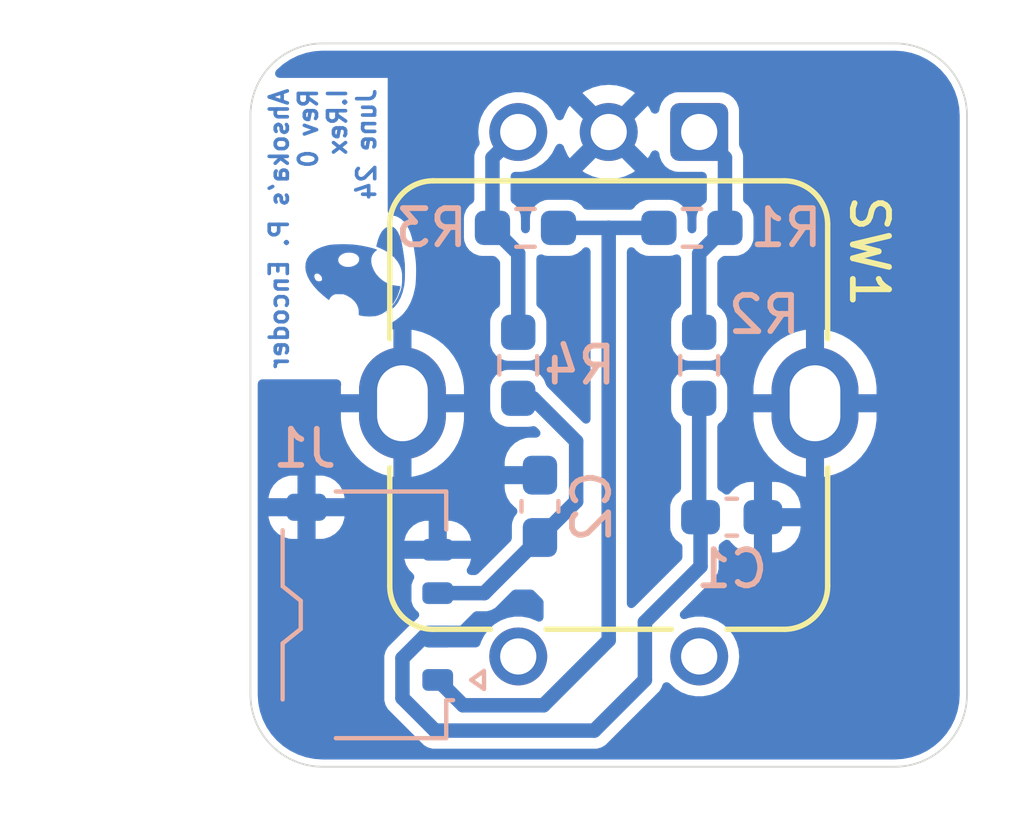
<source format=kicad_pcb>
(kicad_pcb (version 20240108) (generator "pcbnew") (generator_version "8.0")
  (title_block (title "Ahsoka's Primary Lightsaber Encoder Board") (date "2024-06-14") (rev "0") (comment 1 "Isaac Rex"))
  (layers (0 "F.Cu" signal) (1 "In1.Cu" power) (2 "In2.Cu" power) (31 "B.Cu" signal) (34 "B.Paste" user) (35 "F.Paste" user) (36 "B.SilkS" user "B.Silkscreen") (37 "F.SilkS" user "F.Silkscreen") (38 "B.Mask" user) (39 "F.Mask" user) (44 "Edge.Cuts" user))
  (net 0 "")
  (net 1 "GND")
  (net 2 "VCC")
  (net 5 "/ENCODER_A_FILT")
  (net 6 "/ENCODER_B_FILT")
  (net 7 "/ENCODER_A")
  (net 8 "/ENCODER_B")
  (footprint "irex_Rotary_Encoder:RotaryEncodoer_Bourns_Vertical_PEC11L-4xxxF-Sxxxx_ShieldPads" (layer "F.Cu") (at 135.9 103.25 -90)
    (property "Reference" "SW1" (at 3.3 -4.699999 -90) (layer "F.SilkS") (effects (font (thickness 0.16))))
    (property "Value" "PEC11L-4115F-S0020")
    (fp_line (start 5.717127 8.55) (end 2.549997 8.55) (stroke (width 0.15)) (layer "F.SilkS"))
    (fp_line (start 12.55 8.55) (end 9.282872 8.55) (stroke (width 0.15)) (layer "F.SilkS"))
    (fp_line (start 1.35 7.35) (end 1.35 -2.35) (stroke (width 0.15)) (layer "F.SilkS"))
    (fp_line (start 13.75 5.770146) (end 13.75 7.350002) (stroke (width 0.15)) (layer "F.SilkS"))
    (fp_line (start 13.75 0.770146) (end 13.75 4.229854) (stroke (width 0.15)) (layer "F.SilkS"))
    (fp_line (start 13.75 -2.35) (end 13.75 -0.770144) (stroke (width 0.15)) (layer "F.SilkS"))
    (fp_line (start 2.55 -3.55) (end 5.717124 -3.55) (stroke (width 0.15)) (layer "F.SilkS"))
    (fp_line (start 9.282873 -3.550001) (end 12.549997 -3.55) (stroke (width 0.15)) (layer "F.SilkS"))
    (fp_arc (start 2.549997 8.55) (mid 1.701471 8.198527) (end 1.35 7.35) (stroke (width 0.15)) (layer "F.SilkS"))
    (fp_arc (start 13.75 7.350002) (mid 13.398527 8.198529) (end 12.55 8.55) (stroke (width 0.15)) (layer "F.SilkS"))
    (fp_arc (start 1.35 -2.35) (mid 1.701472 -3.198528) (end 2.55 -3.55) (stroke (width 0.15)) (layer "F.SilkS"))
    (fp_arc (start 12.549997 -3.55) (mid 13.398527 -3.198529) (end 13.75 -2.35) (stroke (width 0.15)) (layer "F.SilkS"))
    (pad "A" thru_hole roundrect (at 0 0 270) (size 1.6 1.6) (drill 1) (layers "*.Cu" "*.Mask") (roundrect_rratio 0.15625) (net 7 "/ENCODER_A"))
    (pad "B" thru_hole circle (at 0 5 270) (size 1.6 1.6) (drill 1) (layers "*.Cu" "*.Mask") (net 8 "/ENCODER_B"))
    (pad "C" thru_hole circle (at 0 2.5 270) (size 1.6 1.6) (drill 1) (layers "*.Cu" "*.Mask") (net 1 "GND"))
    (pad "MP" thru_hole oval (at 7.499999 8.2 270) (size 3.1 2.4) (drill oval 2.1 1.4) (layers "*.Cu" "*.Mask") (net 1 "GND"))
    (pad "MP" thru_hole oval (at 7.5 -3.2 270) (size 3.1 2.4) (drill oval 2.1 1.4) (layers "*.Cu" "*.Mask") (net 1 "GND"))
    (pad "S1" thru_hole circle (at 14.5 0 270) (size 1.6 1.6) (drill 1) (layers "*.Cu" "*.Mask"))
    (pad "S2" thru_hole circle (at 14.5 5 270) (size 1.6 1.6) (drill 1) (layers "*.Cu" "*.Mask"))
  )
  (footprint "Connector_JST:JST_ACH_BM04B-ACHSS-A-GAN-ETF_1x04-1MP_P1.20mm_Vertical" (layer "B.Cu") (at 126.8 116.6 90)
    (property "Reference" "J1" (at 4.6 -1.8 180) (layer "B.SilkS") (effects (font (thickness 0.16)) (justify mirror)))
    (property "Value" "BM04B-ACHSS-A-GAN-TF")
    (fp_line (start 2.34 -2.41) (end 0.79 -2.41) (stroke (width 0.12)) (layer "B.SilkS"))
    (fp_line (start 0.79 -2.41) (end 0.390001 -1.91) (stroke (width 0.12)) (layer "B.SilkS"))
    (fp_line (start -0.79 -2.41) (end -2.34 -2.41) (stroke (width 0.12)) (layer "B.SilkS"))
    (fp_line (start 0.390001 -1.91) (end -0.390001 -1.91) (stroke (width 0.12)) (layer "B.SilkS"))
    (fp_line (start -0.390001 -1.91) (end -0.79 -2.41) (stroke (width 0.12)) (layer "B.SilkS"))
    (fp_line (start 3.41 2.11) (end 3.41 -0.939999) (stroke (width 0.12)) (layer "B.SilkS"))
    (fp_line (start 2.36 2.11) (end 3.41 2.11) (stroke (width 0.12)) (layer "B.SilkS"))
    (fp_line (start -2.36 2.11) (end -3.41 2.11) (stroke (width 0.12)) (layer "B.SilkS"))
    (fp_line (start -3.41 2.11) (end -3.41 -0.939999) (stroke (width 0.12)) (layer "B.SilkS"))
    (fp_line (start -2.36 2.300001) (end -2.36 2.11) (stroke (width 0.12)) (layer "B.SilkS"))
    (fp_line (start -1.8 2.8) (end -2.05 3.153553) (stroke (width 0.12)) (layer "B.SilkS"))
    (fp_line (start -1.55 3.153553) (end -1.8 2.8) (stroke (width 0.12)) (layer "B.SilkS"))
    (fp_line (start -2.05 3.153553) (end -1.55 3.153553) (stroke (width 0.12)) (layer "B.SilkS"))
    (pad "1" smd roundrect (at -1.8 1.875 90) (size 0.6 0.85) (layers "B.Cu" "B.Paste" "B.Mask") (net 2 "VCC"))
    (pad "2" smd roundrect (at -0.6 1.875 90) (size 0.6 0.85) (layers "B.Cu" "B.Paste" "B.Mask") (net 5 "/ENCODER_A_FILT"))
    (pad "3" smd roundrect (at 0.6 1.875 90) (size 0.6 0.85) (layers "B.Cu" "B.Paste" "B.Mask") (net 6 "/ENCODER_B_FILT"))
    (pad "4" smd roundrect (at 1.8 1.875 90) (size 0.6 0.85) (layers "B.Cu" "B.Paste" "B.Mask") (net 1 "GND"))
    (pad "MP" smd roundrect (at -2.975 -1.75 90) (size 0.75 1.1) (layers "B.Cu" "B.Paste" "B.Mask") (net 1 "GND"))
    (pad "MP" smd roundrect (at 2.975 -1.75 90) (size 0.75 1.1) (layers "B.Cu" "B.Paste" "B.Mask") (net 1 "GND"))
  )
  (footprint "Capacitor_SMD:C_0603_1608Metric_Pad1.08x0.95mm_HandSolder" (layer "B.Cu") (at 136.8 113.9)
    (property "Reference" "C1" (at 0 1.43 0) (layer "B.SilkS") (effects (font (thickness 0.16)) (justify mirror)))
    (property "Value" "0.01uF")
    (fp_line (start 0.146267 -0.51) (end -0.146267 -0.51) (stroke (width 0.12)) (layer "B.SilkS"))
    (fp_line (start 0.146267 0.51) (end -0.146267 0.51) (stroke (width 0.12)) (layer "B.SilkS"))
    (pad "1" smd roundrect (at -0.862501 0) (size 1.075 0.95) (layers "B.Cu" "B.Paste" "B.Mask") (net 5 "/ENCODER_A_FILT"))
    (pad "2" smd roundrect (at 0.862501 0) (size 1.075 0.95) (layers "B.Cu" "B.Paste" "B.Mask") (net 1 "GND"))
  )
  (footprint "Resistor_SMD:R_0603_1608Metric_Pad0.98x0.95mm_HandSolder" (layer "B.Cu") (at 131.1 105.9 180)
    (property "Reference" "R3" (at 2.6 0 0) (layer "B.SilkS") (effects (font (thickness 0.16)) (justify mirror)))
    (property "Value" "10k")
    (fp_line (start 0.254724 0.5225) (end -0.254724 0.5225) (stroke (width 0.12)) (layer "B.SilkS"))
    (fp_line (start 0.254724 -0.5225) (end -0.254724 -0.5225) (stroke (width 0.12)) (layer "B.SilkS"))
    (pad "1" smd roundrect (at -0.9125 0 180) (size 0.975 0.95) (layers "B.Cu" "B.Paste" "B.Mask") (net 2 "VCC"))
    (pad "2" smd roundrect (at 0.9125 0 180) (size 0.975 0.95) (layers "B.Cu" "B.Paste" "B.Mask") (net 8 "/ENCODER_B"))
  )
  (footprint "Resistor_SMD:R_0603_1608Metric_Pad0.98x0.95mm_HandSolder" (layer "B.Cu") (at 135.9 109.7 90)
    (property "Reference" "R2" (at 1.4 1.8 180) (layer "B.SilkS") (effects (font (thickness 0.16)) (justify mirror)))
    (property "Value" "10k")
    (fp_line (start 0.254724 -0.5225) (end -0.254724 -0.5225) (stroke (width 0.12)) (layer "B.SilkS"))
    (fp_line (start 0.254724 0.5225) (end -0.254724 0.5225) (stroke (width 0.12)) (layer "B.SilkS"))
    (pad "1" smd roundrect (at -0.9125 0 90) (size 0.975 0.95) (layers "B.Cu" "B.Paste" "B.Mask") (net 5 "/ENCODER_A_FILT"))
    (pad "2" smd roundrect (at 0.9125 0 90) (size 0.975 0.95) (layers "B.Cu" "B.Paste" "B.Mask") (net 7 "/ENCODER_A"))
  )
  (footprint "Capacitor_SMD:C_0603_1608Metric_Pad1.08x0.95mm_HandSolder" (layer "B.Cu") (at 131.5 113.6 90)
    (property "Reference" "C2" (at 0 1.43 90) (layer "B.SilkS") (effects (font (thickness 0.16)) (justify mirror)))
    (property "Value" "0.01uF")
    (fp_line (start 0.146267 -0.51) (end -0.146267 -0.51) (stroke (width 0.12)) (layer "B.SilkS"))
    (fp_line (start 0.146267 0.51) (end -0.146267 0.51) (stroke (width 0.12)) (layer "B.SilkS"))
    (pad "1" smd roundrect (at -0.862501 0 90) (size 1.075 0.95) (layers "B.Cu" "B.Paste" "B.Mask") (net 6 "/ENCODER_B_FILT"))
    (pad "2" smd roundrect (at 0.862501 0 90) (size 1.075 0.95) (layers "B.Cu" "B.Paste" "B.Mask") (net 1 "GND"))
  )
  (footprint "Resistor_SMD:R_0603_1608Metric_Pad0.98x0.95mm_HandSolder" (layer "B.Cu") (at 135.7 105.9)
    (property "Reference" "R1" (at 2.6 0 0) (layer "B.SilkS") (effects (font (thickness 0.16)) (justify mirror)))
    (property "Value" "10k")
    (fp_line (start 0.254724 -0.5225) (end -0.254724 -0.5225) (stroke (width 0.12)) (layer "B.SilkS"))
    (fp_line (start 0.254724 0.5225) (end -0.254724 0.5225) (stroke (width 0.12)) (layer "B.SilkS"))
    (pad "1" smd roundrect (at -0.9125 0) (size 0.975 0.95) (layers "B.Cu" "B.Paste" "B.Mask") (net 2 "VCC"))
    (pad "2" smd roundrect (at 0.9125 0) (size 0.975 0.95) (layers "B.Cu" "B.Paste" "B.Mask") (net 7 "/ENCODER_A"))
  )
  (footprint "irex_Aesthetic:Logo_irex_2.5x2.8mm_Copper" (layer "B.Cu") (at 126.4 107.1 -90)
    (property "Reference" "G***" (hide yes))
    (property "Value" "IREX_LOGO" (hide yes))
    (fp_poly (pts (xy -0.678616 -0.596003) (xy -0.664843 -0.628867) (xy -0.645982 -0.674154) (xy -0.643966 -0.679005) (xy -0.570442 -0.829771) (xy -0.483234 -0.96277) (xy -0.384593 -1.075318) (xy -0.276772 -1.164731) (xy -0.196345 -1.212468) (xy -0.116236 -1.2491) (xy -0.041766 -1.274315) (xy 0.034954 -1.289556) (xy 0.121813 -1.29627) (xy 0.226698 -1.295902) (xy 0.254 -1.294976) (xy 0.337603 -1.290749) (xy 0.402948 -1.284288) (xy 0.459991 -1.273934) (xy 0.518691 -1.258026) (xy 0.564445 -1.243256) (xy 0.731482 -1.174267) (xy 0.881691 -1.08418) (xy 1.019854 -0.97005) (xy 1.040444 -0.950073) (xy 1.090702 -0.901373) (xy 1.122509 -0.87339) (xy 1.136086 -0.866426) (xy 1.131645 -0.880783) (xy 1.1094 -0.916763) (xy 1.069571 -0.974669) (xy 1.063817 -0.982826) (xy 0.97441 -1.085224) (xy 0.861615 -1.173257) (xy 0.726726 -1.246239) (xy 0.571039 -1.303484) (xy 0.395853 -1.344306) (xy 0.373945 -1.348009) (xy 0.312878 -1.355119) (xy 0.231088 -1.360673) (xy 0.136037 -1.364536) (xy 0.035186 -1.366571) (xy -0.064 -1.366643) (xy -0.15406 -1.364616) (xy -0.22753 -1.360353) (xy -0.239889 -1.359189) (xy -0.330213 -1.348693) (xy -0.431876 -1.334873) (xy -0.537808 -1.318876) (xy -0.640941 -1.301847) (xy -0.734206 -1.28493) (xy -0.810536 -1.269272) (xy -0.843916 -1.261308) (xy -0.972305 -1.221159) (xy -1.076181 -1.173871) (xy -1.155009 -1.120217) (xy -1.20826 -1.060969) (xy -1.235393 -0.996901) (xy -1.23588 -0.928783) (xy -1.209187 -0.857389) (xy -1.165538 -0.79565) (xy -1.097809 -0.735198) (xy -1.00457 -0.68135) (xy -0.887992 -0.635238) (xy -0.817877 -0.614427) (xy -0.761508 -0.599695) (xy -0.716813 -0.588684) (xy -0.689748 -0.582824) (xy -0.684441 -0.58239) (xy -0.678616 -0.596003)) (stroke (width 0.01)) (fill solid) (layer "B.Cu"))
    (fp_poly (pts (xy 0.016201 1.361334) (xy 0.141785 1.317768) (xy 0.270223 1.248777) (xy 0.400463 1.154834) (xy 0.531447 1.036413) (xy 0.662123 0.893988) (xy 0.670497 0.884011) (xy 0.714771 0.830486) (xy 0.751645 0.784949) (xy 0.777754 0.751628) (xy 0.789732 0.734754) (xy 0.790137 0.733694) (xy 0.77873 0.723786) (xy 0.750781 0.709124) (xy 0.747065 0.707452) (xy 0.71281 0.683812) (xy 0.677568 0.646885) (xy 0.665926 0.630955) (xy 0.647472 0.600269) (xy 0.636163 0.570944) (xy 0.630293 0.534638) (xy 0.628152 0.48301) (xy 0.627945 0.44553) (xy 0.628861 0.381286) (xy 0.633142 0.334708) (xy 0.643085 0.29526) (xy 0.660986 0.252406) (xy 0.677324 0.219038) (xy 0.742877 0.112735) (xy 0.821985 0.025613) (xy 0.911581 -0.040125) (xy 1.008597 -0.082279) (xy 1.109966 -0.098645) (xy 1.119959 -0.098778) (xy 1.211555 -0.098778) (xy 1.228886 -0.179917) (xy 1.241209 -0.263738) (xy 1.246431 -0.35945) (xy 1.24471 -0.457046) (xy 1.236196 -0.546518) (xy 1.222266 -0.613834) (xy 1.170756 -0.738719) (xy 1.092985 -0.855585) (xy 0.990076 -0.963243) (xy 0.863151 -1.060507) (xy 0.724304 -1.140712) (xy 0.680048 -1.16052) (xy 0.623131 -1.182569) (xy 0.561246 -1.20429) (xy 0.502083 -1.223111) (xy 0.453335 -1.236461) (xy 0.422692 -1.241769) (xy 0.421945 -1.241778) (xy 0.416686 -1.22885) (xy 0.41114 -1.19474) (xy 0.406405 -1.146448) (xy 0.405905 -1.139473) (xy 0.384809 -1.009091) (xy 0.33894 -0.884987) (xy 0.273232 -0.77204) (xy 0.178404 -0.655184) (xy 0.068517 -0.561535) (xy -0.035277 -0.50027) (xy -0.152412 -0.45325) (xy -0.260935 -0.43167) (xy -0.359849 -0.435448) (xy -0.448155 -0.464501) (xy -0.524857 -0.518742) (xy -0.548255 -0.543067) (xy -0.592893 -0.593908) (xy -0.608332 -0.554482) (xy -0.629331 -0.491276) (xy -0.651876 -0.407086) (xy -0.674451 -0.308979) (xy -0.695542 -0.204026) (xy -0.713633 -0.0993) (xy -0.727209 -0.001867) (xy -0.727725 0.002538) (xy -0.737471 0.11256) (xy -0.740554 0.179463) (xy -0.521802 0.179463) (xy -0.513566 0.088709) (xy -0.489974 0.011964) (xy -0.453639 -0.048368) (xy -0.407175 -0.089884) (xy -0.353194 -0.11018) (xy -0.29431 -0.106853) (xy -0.238448 -0.081125) (xy -0.183863 -0.029059) (xy -0.143839 0.041403) (xy -0.119717 0.123721) (xy -0.112838 0.211356) (xy -0.124543 0.29777) (xy -0.147807 0.360863) (xy -0.190838 0.424976) (xy -0.241069 0.464443) (xy -0.295254 0.480838) (xy -0.350151 0.475733) (xy -0.402516 0.450702) (xy -0.449105 0.407319) (xy -0.486674 0.347156) (xy -0.51198 0.271787) (xy -0.521779 0.182785) (xy -0.521802 0.179463) (xy -0.740554 0.179463) (xy -0.743041 0.233403) (xy -0.744554 0.358491) (xy -0.742129 0.481243) (xy -0.735887 0.595087) (xy -0.725946 0.693441) (xy -0.713886 0.763499) (xy -0.667774 0.92356) (xy -0.607461 1.060695) (xy -0.595853 1.07849) (xy 0.058116 1.07849) (xy 0.061071 1.033899) (xy 0.086914 0.984993) (xy 0.104423 0.9652) (xy 0.149944 0.932068) (xy 0.198479 0.916469) (xy 0.242153 0.919923) (xy 0.265289 0.934155) (xy 0.277888 0.962411) (xy 0.281691 1.004884) (xy 0.276479 1.048906) (xy 0.267693 1.073226) (xy 0.245005 1.098937) (xy 0.211949 1.121687) (xy 0.154966 1.140365) (xy 0.108225 1.136323) (xy 0.074888 1.114165) (xy 0.058116 1.07849) (xy -0.595853 1.07849) (xy -0.533319 1.174347) (xy -0.445718 1.263959) (xy -0.345031 1.328974) (xy -0.33287 1.334738) (xy -0.222181 1.370293) (xy -0.105473 1.379) (xy 0.016201 1.361334)) (stroke (width 0.01)) (fill solid) (layer "B.Cu"))
  )
  (footprint "Resistor_SMD:R_0603_1608Metric_Pad0.98x0.95mm_HandSolder" (layer "B.Cu") (at 130.9 109.7 90)
    (property "Reference" "R4" (at 0 1.7 0) (layer "B.SilkS") (effects (font (thickness 0.16)) (justify mirror)))
    (property "Value" "10k")
    (fp_line (start 0.254724 -0.5225) (end -0.254724 -0.5225) (stroke (width 0.12)) (layer "B.SilkS"))
    (fp_line (start 0.254724 0.5225) (end -0.254724 0.5225) (stroke (width 0.12)) (layer "B.SilkS"))
    (pad "1" smd roundrect (at -0.9125 0 90) (size 0.975 0.95) (layers "B.Cu" "B.Paste" "B.Mask") (net 6 "/ENCODER_B_FILT"))
    (pad "2" smd roundrect (at 0.9125 0 90) (size 0.975 0.95) (layers "B.Cu" "B.Paste" "B.Mask") (net 8 "/ENCODER_B"))
  )
  (gr_line (start 143.3 118.8) (end 143.3 102.8) (stroke (width 0.05)) (layer "Edge.Cuts"))
  (gr_arc (start 123.5 102.8) (mid 124.085786 101.385786) (end 125.5 100.8) (stroke (width 0.05)) (layer "Edge.Cuts"))
  (gr_arc (start 143.3 118.8) (mid 142.714214 120.214214) (end 141.3 120.8) (stroke (width 0.05)) (layer "Edge.Cuts"))
  (gr_line (start 123.5 102.8) (end 123.5 118.8) (stroke (width 0.05)) (layer "Edge.Cuts"))
  (gr_arc (start 125.5 120.8) (mid 124.085786 120.214214) (end 123.5 118.8) (stroke (width 0.05)) (layer "Edge.Cuts"))
  (gr_line (start 125.5 120.8) (end 141.3 120.8) (stroke (width 0.05)) (layer "Edge.Cuts"))
  (gr_line (start 141.3 100.8) (end 125.5 100.8) (stroke (width 0.05)) (layer "Edge.Cuts"))
  (gr_arc (start 141.3 100.8) (mid 142.714214 101.385786) (end 143.3 102.8) (stroke (width 0.05)) (layer "Edge.Cuts"))
  (gr_text "Ahsoka's P. Encoder\nRev 0\nI.Rex\nJune 24" (at 127 102 90) (layer "B.Cu") (effects (font (size 0.5 0.5) (thickness 0.1) (bold yes)) (justify left bottom mirror)))
  (segment (start 131.6 119.1) (end 133.4 117.3) (width 0.4) (layer "B.Cu") (net 2))
  (segment (start 133.4 117.3) (end 133.4 105.9) (width 0.4) (layer "B.Cu") (net 2))
  (segment (start 128.675 118.4) (end 129.375 119.1) (width 0.4) (layer "B.Cu") (net 2))
  (segment (start 133.4 105.9) (end 134.7875 105.9) (width 0.4) (layer "B.Cu") (net 2))
  (segment (start 132.0125 105.9) (end 133.4 105.9) (width 0.4) (layer "B.Cu") (net 2))
  (segment (start 129.375 119.1) (end 131.6 119.1) (width 0.4) (layer "B.Cu") (net 2))
  (segment (start 128.3 117.2) (end 127.7 117.8) (width 0.4) (layer "B.Cu") (net 5))
  (segment (start 127.7 118.9) (end 128.6 119.8) (width 0.4) (layer "B.Cu") (net 5))
  (segment (start 128.675 117.2) (end 128.3 117.2) (width 0.4) (layer "B.Cu") (net 5))
  (segment (start 134.4 118.4) (end 134.4 116.8) (width 0.4) (layer "B.Cu") (net 5))
  (segment (start 133 119.8) (end 134.4 118.4) (width 0.4) (layer "B.Cu") (net 5))
  (segment (start 134.4 116.8) (end 135.937499 115.262501) (width 0.4) (layer "B.Cu") (net 5))
  (segment (start 127.7 117.8) (end 127.7 118.9) (width 0.4) (layer "B.Cu") (net 5))
  (segment (start 135.9 110.6125) (end 135.9 113.862501) (width 0.4) (layer "B.Cu") (net 5))
  (segment (start 135.937499 115.262501) (end 135.937499 113.9) (width 0.4) (layer "B.Cu") (net 5))
  (segment (start 128.6 119.8) (end 133 119.8) (width 0.4) (layer "B.Cu") (net 5))
  (segment (start 135.9 113.862501) (end 135.937499 113.9) (width 0.4) (layer "B.Cu") (net 5))
  (segment (start 129.962501 116) (end 128.675 116) (width 0.4) (layer "B.Cu") (net 6))
  (segment (start 132.5 113.462501) (end 132.5 111.8) (width 0.4) (layer "B.Cu") (net 6))
  (segment (start 131.5 114.462501) (end 129.962501 116) (width 0.4) (layer "B.Cu") (net 6))
  (segment (start 131.5 114.462501) (end 132.5 113.462501) (width 0.4) (layer "B.Cu") (net 6))
  (segment (start 132.5 111.8) (end 131.3125 110.6125) (width 0.4) (layer "B.Cu") (net 6))
  (segment (start 131.3125 110.6125) (end 130.9 110.6125) (width 0.4) (layer "B.Cu") (net 6))
  (segment (start 135.9 108.7875) (end 135.9 106.6125) (width 0.4) (layer "B.Cu") (net 7))
  (segment (start 136.6125 105.9) (end 136.6125 103.9625) (width 0.4) (layer "B.Cu") (net 7))
  (segment (start 136.6125 103.9625) (end 135.9 103.25) (width 0.4) (layer "B.Cu") (net 7))
  (segment (start 135.9 106.6125) (end 136.6125 105.9) (width 0.4) (layer "B.Cu") (net 7))
  (segment (start 130.9 108.7875) (end 130.9 106.6125) (width 0.4) (layer "B.Cu") (net 8))
  (segment (start 130.9 106.6125) (end 130.1875 105.9) (width 0.4) (layer "B.Cu") (net 8))
  (segment (start 130.1875 103.9625) (end 130.9 103.25) (width 0.4) (layer "B.Cu") (net 8))
  (segment (start 130.1875 105.9) (end 130.1875 103.9625) (width 0.4) (layer "B.Cu") (net 8))
  (zone (net 1) (net_name "GND") (layer "B.Cu") (connect_pads (clearance 0.3)) (min_thickness 0.25) (fill yes (thermal_gap 0.5) (thermal_bridge_width 0.5))
    (polygon (pts (xy 121.9 99.6) (xy 121.9 122.1) (xy 144.9 122.1) (xy 144.9 99.6)))
  )
  (zone (net 5) (net_name "/ENCODER_A_FILT") (layer "B.Cu") (priority 1) (connect_pads yes (clearance 0.3)) (min_thickness 0.25) (fill yes (thermal_gap 0.5) (thermal_bridge_width 0.5))
    (polygon (pts (xy 128.3 117.5) (xy 128.3 116.9) (xy 129.3 116.9) (xy 130.3 115.9) (xy 131.3 115.9) (xy 131.6 116.2) (xy 131.6 117.5)))
  )
)
</source>
